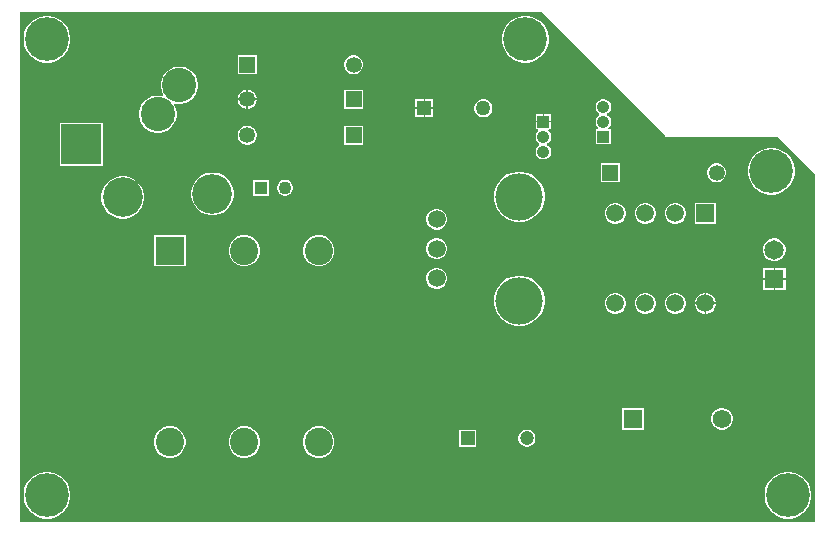
<source format=gtl>
G04*
G04 #@! TF.GenerationSoftware,Altium Limited,Altium Designer,23.2.1 (34)*
G04*
G04 Layer_Physical_Order=1*
G04 Layer_Color=255*
%FSLAX44Y44*%
%MOMM*%
G71*
G04*
G04 #@! TF.SameCoordinates,3219B47F-80F4-41BA-9109-FB6CE15A0C88*
G04*
G04*
G04 #@! TF.FilePolarity,Positive*
G04*
G01*
G75*
%ADD38R,1.0500X1.0500*%
%ADD39C,1.0500*%
%ADD40R,1.3500X1.3500*%
%ADD41C,1.3500*%
%ADD42C,2.9000*%
%ADD43C,3.3540*%
%ADD44R,3.3540X3.3540*%
%ADD45C,2.4000*%
%ADD46R,2.4000X2.4000*%
%ADD47C,3.7000*%
%ADD48C,4.0000*%
%ADD49C,1.5000*%
%ADD50C,1.5750*%
%ADD51R,1.5750X1.5750*%
%ADD52R,1.5000X1.5000*%
%ADD53C,1.6500*%
%ADD54R,1.6500X1.6500*%
%ADD55C,1.2000*%
%ADD56R,1.2000X1.2000*%
%ADD57C,1.1000*%
%ADD58R,1.1000X1.1000*%
%ADD59R,1.2750X1.2750*%
%ADD60C,1.2750*%
G36*
X553720Y332740D02*
X647700D01*
X679450Y300990D01*
Y6350D01*
X6350D01*
Y438150D01*
X448310D01*
X553720Y332740D01*
D02*
G37*
%LPC*%
G36*
X436287Y435060D02*
X432393D01*
X428573Y434300D01*
X424975Y432810D01*
X421737Y430646D01*
X418984Y427893D01*
X416820Y424655D01*
X415330Y421057D01*
X414570Y417237D01*
Y413343D01*
X415330Y409523D01*
X416820Y405925D01*
X418984Y402687D01*
X421737Y399934D01*
X424975Y397770D01*
X428573Y396280D01*
X432393Y395520D01*
X436287D01*
X440107Y396280D01*
X443705Y397770D01*
X446943Y399934D01*
X449696Y402687D01*
X451860Y405925D01*
X453350Y409523D01*
X454110Y413343D01*
Y417237D01*
X453350Y421057D01*
X451860Y424655D01*
X449696Y427893D01*
X446943Y430646D01*
X443705Y432810D01*
X440107Y434300D01*
X436287Y435060D01*
D02*
G37*
G36*
X31157D02*
X27263D01*
X23443Y434300D01*
X19845Y432810D01*
X16607Y430646D01*
X13854Y427893D01*
X11690Y424655D01*
X10200Y421057D01*
X9440Y417237D01*
Y413343D01*
X10200Y409523D01*
X11690Y405925D01*
X13854Y402687D01*
X16607Y399934D01*
X19845Y397770D01*
X23443Y396280D01*
X27263Y395520D01*
X31157D01*
X34977Y396280D01*
X38575Y397770D01*
X41813Y399934D01*
X44566Y402687D01*
X46730Y405925D01*
X48220Y409523D01*
X48980Y413343D01*
Y417237D01*
X48220Y421057D01*
X46730Y424655D01*
X44566Y427893D01*
X41813Y430646D01*
X38575Y432810D01*
X34977Y434300D01*
X31157Y435060D01*
D02*
G37*
G36*
X289896Y401720D02*
X287784D01*
X285744Y401174D01*
X283916Y400118D01*
X282422Y398624D01*
X281367Y396796D01*
X280820Y394756D01*
Y392644D01*
X281367Y390604D01*
X282422Y388776D01*
X283916Y387282D01*
X285744Y386227D01*
X287784Y385680D01*
X289896D01*
X291936Y386227D01*
X293764Y387282D01*
X295258Y388776D01*
X296313Y390604D01*
X296860Y392644D01*
Y394756D01*
X296313Y396796D01*
X295258Y398624D01*
X293764Y400118D01*
X291936Y401174D01*
X289896Y401720D01*
D02*
G37*
G36*
X206860D02*
X190820D01*
Y385680D01*
X206860D01*
Y401720D01*
D02*
G37*
G36*
X142973Y392160D02*
X139867D01*
X136820Y391554D01*
X133950Y390365D01*
X131367Y388639D01*
X129171Y386443D01*
X127445Y383860D01*
X126256Y380990D01*
X125650Y377943D01*
Y374837D01*
X126256Y371790D01*
X127445Y368920D01*
X127909Y368225D01*
X127146Y367082D01*
X124743Y367560D01*
X121637D01*
X118590Y366954D01*
X115720Y365765D01*
X113137Y364039D01*
X110941Y361843D01*
X109215Y359260D01*
X108026Y356390D01*
X107420Y353343D01*
Y350237D01*
X108026Y347190D01*
X109215Y344320D01*
X110941Y341737D01*
X113137Y339541D01*
X115720Y337815D01*
X118590Y336626D01*
X121637Y336020D01*
X124743D01*
X127790Y336626D01*
X130660Y337815D01*
X133243Y339541D01*
X135439Y341737D01*
X137165Y344320D01*
X138354Y347190D01*
X138960Y350237D01*
Y353343D01*
X138354Y356390D01*
X137165Y359260D01*
X136701Y359955D01*
X137465Y361098D01*
X139867Y360620D01*
X142973D01*
X146020Y361226D01*
X148890Y362415D01*
X151473Y364141D01*
X153669Y366337D01*
X155395Y368920D01*
X156584Y371790D01*
X157190Y374837D01*
Y377943D01*
X156584Y380990D01*
X155395Y383860D01*
X153669Y386443D01*
X151473Y388639D01*
X148890Y390365D01*
X146020Y391554D01*
X142973Y392160D01*
D02*
G37*
G36*
X199896Y372510D02*
X199475D01*
Y365125D01*
X206860D01*
Y365546D01*
X206313Y367586D01*
X205258Y369414D01*
X203764Y370908D01*
X201936Y371964D01*
X199896Y372510D01*
D02*
G37*
G36*
X198205D02*
X197784D01*
X195744Y371964D01*
X193916Y370908D01*
X192422Y369414D01*
X191367Y367586D01*
X190820Y365546D01*
Y365125D01*
X198205D01*
Y372510D01*
D02*
G37*
G36*
X356425Y364515D02*
X349415D01*
Y357505D01*
X356425D01*
Y364515D01*
D02*
G37*
G36*
X348145D02*
X341135D01*
Y357505D01*
X348145D01*
Y364515D01*
D02*
G37*
G36*
X296860Y372510D02*
X280820D01*
Y356470D01*
X296860D01*
Y372510D01*
D02*
G37*
G36*
X206860Y363855D02*
X199475D01*
Y356470D01*
X199896D01*
X201936Y357016D01*
X203764Y358072D01*
X205258Y359566D01*
X206313Y361394D01*
X206860Y363434D01*
Y363855D01*
D02*
G37*
G36*
X198205D02*
X190820D01*
Y363434D01*
X191367Y361394D01*
X192422Y359566D01*
X193916Y358072D01*
X195744Y357016D01*
X197784Y356470D01*
X198205D01*
Y363855D01*
D02*
G37*
G36*
X399786Y364515D02*
X397774D01*
X395829Y363994D01*
X394086Y362988D01*
X392663Y361564D01*
X391656Y359821D01*
X391135Y357877D01*
Y355863D01*
X391656Y353919D01*
X392663Y352176D01*
X394086Y350752D01*
X395829Y349746D01*
X397774Y349225D01*
X399786D01*
X401731Y349746D01*
X403474Y350752D01*
X404897Y352176D01*
X405904Y353919D01*
X406425Y355863D01*
Y357877D01*
X405904Y359821D01*
X404897Y361564D01*
X403474Y362988D01*
X401731Y363994D01*
X399786Y364515D01*
D02*
G37*
G36*
X356425Y356235D02*
X349415D01*
Y349225D01*
X356425D01*
Y356235D01*
D02*
G37*
G36*
X348145D02*
X341135D01*
Y349225D01*
X348145D01*
Y356235D01*
D02*
G37*
G36*
X456100Y351960D02*
X450215D01*
Y346075D01*
X456100D01*
Y351960D01*
D02*
G37*
G36*
X448945D02*
X443060D01*
Y346075D01*
X448945D01*
Y351960D01*
D02*
G37*
G36*
X501238Y364660D02*
X499522D01*
X497863Y364216D01*
X496377Y363357D01*
X495163Y362143D01*
X494304Y360657D01*
X493860Y358998D01*
Y357282D01*
X494304Y355623D01*
X495163Y354137D01*
X496377Y352923D01*
X497068Y352523D01*
Y351057D01*
X496377Y350657D01*
X495163Y349443D01*
X494304Y347957D01*
X493860Y346298D01*
Y344582D01*
X494304Y342923D01*
X495163Y341437D01*
X496069Y340530D01*
X495635Y339260D01*
X493860D01*
Y326220D01*
X506900D01*
Y339260D01*
X505125D01*
X504691Y340530D01*
X505597Y341437D01*
X506456Y342923D01*
X506900Y344582D01*
Y346298D01*
X506456Y347957D01*
X505597Y349443D01*
X504383Y350657D01*
X503691Y351057D01*
Y352523D01*
X504383Y352923D01*
X505597Y354137D01*
X506456Y355623D01*
X506900Y357282D01*
Y358998D01*
X506456Y360657D01*
X505597Y362143D01*
X504383Y363357D01*
X502897Y364216D01*
X501238Y364660D01*
D02*
G37*
G36*
X296860Y342030D02*
X280820D01*
Y325990D01*
X296860D01*
Y342030D01*
D02*
G37*
G36*
X199896D02*
X197784D01*
X195744Y341483D01*
X193916Y340428D01*
X192422Y338934D01*
X191367Y337106D01*
X190820Y335066D01*
Y332954D01*
X191367Y330914D01*
X192422Y329086D01*
X193916Y327592D01*
X195744Y326536D01*
X197784Y325990D01*
X199896D01*
X201936Y326536D01*
X203764Y327592D01*
X205258Y329086D01*
X206313Y330914D01*
X206860Y332954D01*
Y335066D01*
X206313Y337106D01*
X205258Y338934D01*
X203764Y340428D01*
X201936Y341483D01*
X199896Y342030D01*
D02*
G37*
G36*
X456100Y344805D02*
X449580D01*
X443060D01*
Y338920D01*
X444835D01*
X445269Y337650D01*
X444363Y336743D01*
X443504Y335257D01*
X443060Y333598D01*
Y331882D01*
X443504Y330223D01*
X444363Y328737D01*
X445577Y327523D01*
X446269Y327123D01*
Y325657D01*
X445577Y325257D01*
X444363Y324043D01*
X443504Y322557D01*
X443060Y320898D01*
Y319182D01*
X443504Y317523D01*
X444363Y316037D01*
X445577Y314823D01*
X447063Y313964D01*
X448722Y313520D01*
X450438D01*
X452097Y313964D01*
X453583Y314823D01*
X454797Y316037D01*
X455656Y317523D01*
X456100Y319182D01*
Y320898D01*
X455656Y322557D01*
X454797Y324043D01*
X453583Y325257D01*
X452892Y325657D01*
Y327123D01*
X453583Y327523D01*
X454797Y328737D01*
X455656Y330223D01*
X456100Y331882D01*
Y333598D01*
X455656Y335257D01*
X454797Y336743D01*
X453891Y337650D01*
X454325Y338920D01*
X456100D01*
Y344805D01*
D02*
G37*
G36*
X76460Y344430D02*
X40380D01*
Y308350D01*
X76460D01*
Y344430D01*
D02*
G37*
G36*
X597236Y310280D02*
X595124D01*
X593084Y309734D01*
X591256Y308678D01*
X589762Y307184D01*
X588707Y305356D01*
X588160Y303316D01*
Y301204D01*
X588707Y299164D01*
X589762Y297336D01*
X591256Y295842D01*
X593084Y294786D01*
X595124Y294240D01*
X597236D01*
X599276Y294786D01*
X601104Y295842D01*
X602598Y297336D01*
X603653Y299164D01*
X604200Y301204D01*
Y303316D01*
X603653Y305356D01*
X602598Y307184D01*
X601104Y308678D01*
X599276Y309734D01*
X597236Y310280D01*
D02*
G37*
G36*
X514200D02*
X498160D01*
Y294240D01*
X514200D01*
Y310280D01*
D02*
G37*
G36*
X644567Y323300D02*
X640673D01*
X636853Y322540D01*
X633255Y321050D01*
X630017Y318886D01*
X627264Y316133D01*
X625100Y312895D01*
X623610Y309297D01*
X622850Y305477D01*
Y301583D01*
X623610Y297763D01*
X625100Y294165D01*
X627264Y290927D01*
X630017Y288174D01*
X633255Y286010D01*
X636853Y284520D01*
X640673Y283760D01*
X644567D01*
X648387Y284520D01*
X651985Y286010D01*
X655223Y288174D01*
X657976Y290927D01*
X660140Y294165D01*
X661630Y297763D01*
X662390Y301583D01*
Y305477D01*
X661630Y309297D01*
X660140Y312895D01*
X657976Y316133D01*
X655223Y318886D01*
X651985Y321050D01*
X648387Y322540D01*
X644567Y323300D01*
D02*
G37*
G36*
X231711Y296330D02*
X229929D01*
X228207Y295869D01*
X226663Y294977D01*
X225403Y293717D01*
X224511Y292173D01*
X224050Y290451D01*
Y288669D01*
X224511Y286947D01*
X225403Y285403D01*
X226663Y284143D01*
X228207Y283251D01*
X229929Y282790D01*
X231711D01*
X233433Y283251D01*
X234977Y284143D01*
X236237Y285403D01*
X237129Y286947D01*
X237590Y288669D01*
Y290451D01*
X237129Y292173D01*
X236237Y293717D01*
X234977Y294977D01*
X233433Y295869D01*
X231711Y296330D01*
D02*
G37*
G36*
X217590D02*
X204050D01*
Y282790D01*
X217590D01*
Y296330D01*
D02*
G37*
G36*
X171197Y302430D02*
X167643D01*
X164158Y301737D01*
X160875Y300377D01*
X157920Y298403D01*
X155407Y295890D01*
X153433Y292935D01*
X152073Y289652D01*
X151380Y286167D01*
Y282613D01*
X152073Y279128D01*
X153433Y275845D01*
X155407Y272890D01*
X157920Y270377D01*
X160875Y268403D01*
X164158Y267043D01*
X167643Y266350D01*
X171197D01*
X174682Y267043D01*
X177965Y268403D01*
X180920Y270377D01*
X183433Y272890D01*
X185407Y275845D01*
X186767Y279128D01*
X187460Y282613D01*
Y286167D01*
X186767Y289652D01*
X185407Y292935D01*
X183433Y295890D01*
X180920Y298403D01*
X177965Y300377D01*
X174682Y301737D01*
X171197Y302430D01*
D02*
G37*
G36*
X95197Y299430D02*
X91643D01*
X88158Y298737D01*
X84875Y297377D01*
X81920Y295403D01*
X79407Y292890D01*
X77433Y289935D01*
X76073Y286652D01*
X75380Y283167D01*
Y279613D01*
X76073Y276128D01*
X77433Y272845D01*
X79407Y269890D01*
X81920Y267377D01*
X84875Y265403D01*
X88158Y264043D01*
X91643Y263350D01*
X95197D01*
X98682Y264043D01*
X101965Y265403D01*
X104920Y267377D01*
X107433Y269890D01*
X109407Y272845D01*
X110767Y276128D01*
X111460Y279613D01*
Y283167D01*
X110767Y286652D01*
X109407Y289935D01*
X107433Y292890D01*
X104920Y295403D01*
X101965Y297377D01*
X98682Y298737D01*
X95197Y299430D01*
D02*
G37*
G36*
X431355Y303210D02*
X427165D01*
X423056Y302393D01*
X419185Y300789D01*
X415701Y298461D01*
X412738Y295499D01*
X410411Y292015D01*
X408807Y288144D01*
X407990Y284035D01*
Y279845D01*
X408807Y275736D01*
X410411Y271865D01*
X412738Y268381D01*
X415701Y265418D01*
X419185Y263091D01*
X423056Y261487D01*
X427165Y260670D01*
X431355D01*
X435464Y261487D01*
X439335Y263091D01*
X442819Y265418D01*
X445782Y268381D01*
X448109Y271865D01*
X449713Y275736D01*
X450530Y279845D01*
Y284035D01*
X449713Y288144D01*
X448109Y292015D01*
X445782Y295499D01*
X442819Y298461D01*
X439335Y300789D01*
X435464Y302393D01*
X431355Y303210D01*
D02*
G37*
G36*
X595510Y276740D02*
X577970D01*
Y259200D01*
X595510D01*
Y276740D01*
D02*
G37*
G36*
X562495D02*
X560185D01*
X557955Y276142D01*
X555955Y274988D01*
X554322Y273355D01*
X553168Y271355D01*
X552570Y269125D01*
Y266815D01*
X553168Y264585D01*
X554322Y262585D01*
X555955Y260952D01*
X557955Y259798D01*
X560185Y259200D01*
X562495D01*
X564725Y259798D01*
X566725Y260952D01*
X568358Y262585D01*
X569512Y264585D01*
X570110Y266815D01*
Y269125D01*
X569512Y271355D01*
X568358Y273355D01*
X566725Y274988D01*
X564725Y276142D01*
X562495Y276740D01*
D02*
G37*
G36*
X537095D02*
X534785D01*
X532555Y276142D01*
X530555Y274988D01*
X528922Y273355D01*
X527768Y271355D01*
X527170Y269125D01*
Y266815D01*
X527768Y264585D01*
X528922Y262585D01*
X530555Y260952D01*
X532555Y259798D01*
X534785Y259200D01*
X537095D01*
X539325Y259798D01*
X541325Y260952D01*
X542958Y262585D01*
X544112Y264585D01*
X544710Y266815D01*
Y269125D01*
X544112Y271355D01*
X542958Y273355D01*
X541325Y274988D01*
X539325Y276142D01*
X537095Y276740D01*
D02*
G37*
G36*
X511695D02*
X509385D01*
X507155Y276142D01*
X505155Y274988D01*
X503522Y273355D01*
X502368Y271355D01*
X501770Y269125D01*
Y266815D01*
X502368Y264585D01*
X503522Y262585D01*
X505155Y260952D01*
X507155Y259798D01*
X509385Y259200D01*
X511695D01*
X513925Y259798D01*
X515925Y260952D01*
X517558Y262585D01*
X518712Y264585D01*
X519310Y266815D01*
Y269125D01*
X518712Y271355D01*
X517558Y273355D01*
X515925Y274988D01*
X513925Y276142D01*
X511695Y276740D01*
D02*
G37*
G36*
X360415Y271710D02*
X358105D01*
X355875Y271112D01*
X353875Y269958D01*
X352242Y268325D01*
X351088Y266325D01*
X350490Y264095D01*
Y261785D01*
X351088Y259555D01*
X352242Y257555D01*
X353875Y255922D01*
X355875Y254768D01*
X358105Y254170D01*
X360415D01*
X362645Y254768D01*
X364645Y255922D01*
X366278Y257555D01*
X367432Y259555D01*
X368030Y261785D01*
Y264095D01*
X367432Y266325D01*
X366278Y268325D01*
X364645Y269958D01*
X362645Y271112D01*
X360415Y271710D01*
D02*
G37*
G36*
Y246710D02*
X358105D01*
X355875Y246112D01*
X353875Y244958D01*
X352242Y243325D01*
X351088Y241325D01*
X350490Y239095D01*
Y236785D01*
X351088Y234555D01*
X352242Y232555D01*
X353875Y230922D01*
X355875Y229768D01*
X358105Y229170D01*
X360415D01*
X362645Y229768D01*
X364645Y230922D01*
X366278Y232555D01*
X367432Y234555D01*
X368030Y236785D01*
Y239095D01*
X367432Y241325D01*
X366278Y243325D01*
X364645Y244958D01*
X362645Y246112D01*
X360415Y246710D01*
D02*
G37*
G36*
X646413Y246610D02*
X643907D01*
X641485Y245961D01*
X639315Y244708D01*
X637542Y242935D01*
X636289Y240765D01*
X635640Y238343D01*
Y235837D01*
X636289Y233415D01*
X637542Y231245D01*
X639315Y229472D01*
X641485Y228219D01*
X643907Y227570D01*
X646413D01*
X648835Y228219D01*
X651005Y229472D01*
X652778Y231245D01*
X654031Y233415D01*
X654680Y235837D01*
Y238343D01*
X654031Y240765D01*
X652778Y242935D01*
X651005Y244708D01*
X648835Y245961D01*
X646413Y246610D01*
D02*
G37*
G36*
X261097Y249490D02*
X257603D01*
X254228Y248586D01*
X251202Y246839D01*
X248731Y244368D01*
X246984Y241342D01*
X246080Y237967D01*
Y234473D01*
X246984Y231098D01*
X248731Y228072D01*
X251202Y225601D01*
X254228Y223854D01*
X257603Y222950D01*
X261097D01*
X264472Y223854D01*
X267498Y225601D01*
X269969Y228072D01*
X271716Y231098D01*
X272620Y234473D01*
Y237967D01*
X271716Y241342D01*
X269969Y244368D01*
X267498Y246839D01*
X264472Y248586D01*
X261097Y249490D01*
D02*
G37*
G36*
X198097D02*
X194603D01*
X191228Y248586D01*
X188202Y246839D01*
X185731Y244368D01*
X183984Y241342D01*
X183080Y237967D01*
Y234473D01*
X183984Y231098D01*
X185731Y228072D01*
X188202Y225601D01*
X191228Y223854D01*
X194603Y222950D01*
X198097D01*
X201472Y223854D01*
X204498Y225601D01*
X206969Y228072D01*
X208716Y231098D01*
X209620Y234473D01*
Y237967D01*
X208716Y241342D01*
X206969Y244368D01*
X204498Y246839D01*
X201472Y248586D01*
X198097Y249490D01*
D02*
G37*
G36*
X146620D02*
X120080D01*
Y222950D01*
X146620D01*
Y249490D01*
D02*
G37*
G36*
X654680Y221610D02*
X645795D01*
Y212725D01*
X654680D01*
Y221610D01*
D02*
G37*
G36*
X644525D02*
X635640D01*
Y212725D01*
X644525D01*
Y221610D01*
D02*
G37*
G36*
X360415Y221710D02*
X358105D01*
X355875Y221112D01*
X353875Y219958D01*
X352242Y218325D01*
X351088Y216325D01*
X350490Y214095D01*
Y211785D01*
X351088Y209555D01*
X352242Y207555D01*
X353875Y205922D01*
X355875Y204768D01*
X358105Y204170D01*
X360415D01*
X362645Y204768D01*
X364645Y205922D01*
X366278Y207555D01*
X367432Y209555D01*
X368030Y211785D01*
Y214095D01*
X367432Y216325D01*
X366278Y218325D01*
X364645Y219958D01*
X362645Y221112D01*
X360415Y221710D01*
D02*
G37*
G36*
X654680Y211455D02*
X645795D01*
Y202570D01*
X654680D01*
Y211455D01*
D02*
G37*
G36*
X644525D02*
X635640D01*
Y202570D01*
X644525D01*
Y211455D01*
D02*
G37*
G36*
X587895Y200540D02*
X587375D01*
Y192405D01*
X595510D01*
Y192925D01*
X594912Y195155D01*
X593758Y197155D01*
X592125Y198788D01*
X590125Y199942D01*
X587895Y200540D01*
D02*
G37*
G36*
X586105D02*
X585585D01*
X583355Y199942D01*
X581355Y198788D01*
X579722Y197155D01*
X578568Y195155D01*
X577970Y192925D01*
Y192405D01*
X586105D01*
Y200540D01*
D02*
G37*
G36*
X595510Y191135D02*
X587375D01*
Y183000D01*
X587895D01*
X590125Y183598D01*
X592125Y184752D01*
X593758Y186385D01*
X594912Y188385D01*
X595510Y190615D01*
Y191135D01*
D02*
G37*
G36*
X586105D02*
X577970D01*
Y190615D01*
X578568Y188385D01*
X579722Y186385D01*
X581355Y184752D01*
X583355Y183598D01*
X585585Y183000D01*
X586105D01*
Y191135D01*
D02*
G37*
G36*
X562495Y200540D02*
X560185D01*
X557955Y199942D01*
X555955Y198788D01*
X554322Y197155D01*
X553168Y195155D01*
X552570Y192925D01*
Y190615D01*
X553168Y188385D01*
X554322Y186385D01*
X555955Y184752D01*
X557955Y183598D01*
X560185Y183000D01*
X562495D01*
X564725Y183598D01*
X566725Y184752D01*
X568358Y186385D01*
X569512Y188385D01*
X570110Y190615D01*
Y192925D01*
X569512Y195155D01*
X568358Y197155D01*
X566725Y198788D01*
X564725Y199942D01*
X562495Y200540D01*
D02*
G37*
G36*
X537095D02*
X534785D01*
X532555Y199942D01*
X530555Y198788D01*
X528922Y197155D01*
X527768Y195155D01*
X527170Y192925D01*
Y190615D01*
X527768Y188385D01*
X528922Y186385D01*
X530555Y184752D01*
X532555Y183598D01*
X534785Y183000D01*
X537095D01*
X539325Y183598D01*
X541325Y184752D01*
X542958Y186385D01*
X544112Y188385D01*
X544710Y190615D01*
Y192925D01*
X544112Y195155D01*
X542958Y197155D01*
X541325Y198788D01*
X539325Y199942D01*
X537095Y200540D01*
D02*
G37*
G36*
X511695D02*
X509385D01*
X507155Y199942D01*
X505155Y198788D01*
X503522Y197155D01*
X502368Y195155D01*
X501770Y192925D01*
Y190615D01*
X502368Y188385D01*
X503522Y186385D01*
X505155Y184752D01*
X507155Y183598D01*
X509385Y183000D01*
X511695D01*
X513925Y183598D01*
X515925Y184752D01*
X517558Y186385D01*
X518712Y188385D01*
X519310Y190615D01*
Y192925D01*
X518712Y195155D01*
X517558Y197155D01*
X515925Y198788D01*
X513925Y199942D01*
X511695Y200540D01*
D02*
G37*
G36*
X431355Y215210D02*
X427165D01*
X423056Y214393D01*
X419185Y212789D01*
X415701Y210462D01*
X412738Y207499D01*
X410411Y204015D01*
X408807Y200144D01*
X407990Y196035D01*
Y191845D01*
X408807Y187736D01*
X410411Y183865D01*
X412738Y180381D01*
X415701Y177418D01*
X419185Y175091D01*
X423056Y173487D01*
X427165Y172670D01*
X431355D01*
X435464Y173487D01*
X439335Y175091D01*
X442819Y177418D01*
X445782Y180381D01*
X448109Y183865D01*
X449713Y187736D01*
X450530Y191845D01*
Y196035D01*
X449713Y200144D01*
X448109Y204015D01*
X445782Y207499D01*
X442819Y210462D01*
X439335Y212789D01*
X435464Y214393D01*
X431355Y215210D01*
D02*
G37*
G36*
X601914Y103125D02*
X599506D01*
X597180Y102502D01*
X595095Y101298D01*
X593392Y99595D01*
X592188Y97510D01*
X591565Y95184D01*
Y92776D01*
X592188Y90450D01*
X593392Y88365D01*
X595095Y86662D01*
X597180Y85458D01*
X599506Y84835D01*
X601914D01*
X604240Y85458D01*
X606325Y86662D01*
X608028Y88365D01*
X609232Y90450D01*
X609855Y92776D01*
Y95184D01*
X609232Y97510D01*
X608028Y99595D01*
X606325Y101298D01*
X604240Y102502D01*
X601914Y103125D01*
D02*
G37*
G36*
X534855D02*
X516565D01*
Y84835D01*
X534855D01*
Y103125D01*
D02*
G37*
G36*
X436567Y84740D02*
X434653D01*
X432804Y84245D01*
X431146Y83287D01*
X429793Y81934D01*
X428835Y80276D01*
X428340Y78427D01*
Y76513D01*
X428835Y74664D01*
X429793Y73006D01*
X431146Y71653D01*
X432804Y70695D01*
X434653Y70200D01*
X436567D01*
X438416Y70695D01*
X440074Y71653D01*
X441427Y73006D01*
X442385Y74664D01*
X442880Y76513D01*
Y78427D01*
X442385Y80276D01*
X441427Y81934D01*
X440074Y83287D01*
X438416Y84245D01*
X436567Y84740D01*
D02*
G37*
G36*
X392880D02*
X378340D01*
Y70200D01*
X392880D01*
Y84740D01*
D02*
G37*
G36*
X261097Y87490D02*
X257603D01*
X254228Y86586D01*
X251202Y84839D01*
X248731Y82368D01*
X246984Y79342D01*
X246080Y75967D01*
Y72473D01*
X246984Y69098D01*
X248731Y66072D01*
X251202Y63601D01*
X254228Y61854D01*
X257603Y60950D01*
X261097D01*
X264472Y61854D01*
X267498Y63601D01*
X269969Y66072D01*
X271716Y69098D01*
X272620Y72473D01*
Y75967D01*
X271716Y79342D01*
X269969Y82368D01*
X267498Y84839D01*
X264472Y86586D01*
X261097Y87490D01*
D02*
G37*
G36*
X198097D02*
X194603D01*
X191228Y86586D01*
X188202Y84839D01*
X185731Y82368D01*
X183984Y79342D01*
X183080Y75967D01*
Y72473D01*
X183984Y69098D01*
X185731Y66072D01*
X188202Y63601D01*
X191228Y61854D01*
X194603Y60950D01*
X198097D01*
X201472Y61854D01*
X204498Y63601D01*
X206969Y66072D01*
X208716Y69098D01*
X209620Y72473D01*
Y75967D01*
X208716Y79342D01*
X206969Y82368D01*
X204498Y84839D01*
X201472Y86586D01*
X198097Y87490D01*
D02*
G37*
G36*
X135097D02*
X131603D01*
X128228Y86586D01*
X125202Y84839D01*
X122731Y82368D01*
X120984Y79342D01*
X120080Y75967D01*
Y72473D01*
X120984Y69098D01*
X122731Y66072D01*
X125202Y63601D01*
X128228Y61854D01*
X131603Y60950D01*
X135097D01*
X138472Y61854D01*
X141498Y63601D01*
X143969Y66072D01*
X145716Y69098D01*
X146620Y72473D01*
Y75967D01*
X145716Y79342D01*
X143969Y82368D01*
X141498Y84839D01*
X138472Y86586D01*
X135097Y87490D01*
D02*
G37*
G36*
X658537Y48980D02*
X654643D01*
X650823Y48220D01*
X647225Y46730D01*
X643987Y44566D01*
X641234Y41813D01*
X639070Y38575D01*
X637580Y34977D01*
X636820Y31157D01*
Y27263D01*
X637580Y23443D01*
X639070Y19845D01*
X641234Y16607D01*
X643987Y13854D01*
X647225Y11690D01*
X650823Y10200D01*
X654643Y9440D01*
X658537D01*
X662357Y10200D01*
X665955Y11690D01*
X669193Y13854D01*
X671946Y16607D01*
X674110Y19845D01*
X675600Y23443D01*
X676360Y27263D01*
Y31157D01*
X675600Y34977D01*
X674110Y38575D01*
X671946Y41813D01*
X669193Y44566D01*
X665955Y46730D01*
X662357Y48220D01*
X658537Y48980D01*
D02*
G37*
G36*
X31157D02*
X27263D01*
X23443Y48220D01*
X19845Y46730D01*
X16607Y44566D01*
X13854Y41813D01*
X11690Y38575D01*
X10200Y34977D01*
X9440Y31157D01*
Y27263D01*
X10200Y23443D01*
X11690Y19845D01*
X13854Y16607D01*
X16607Y13854D01*
X19845Y11690D01*
X23443Y10200D01*
X27263Y9440D01*
X31157D01*
X34977Y10200D01*
X38575Y11690D01*
X41813Y13854D01*
X44566Y16607D01*
X46730Y19845D01*
X48220Y23443D01*
X48980Y27263D01*
Y31157D01*
X48220Y34977D01*
X46730Y38575D01*
X44566Y41813D01*
X41813Y44566D01*
X38575Y46730D01*
X34977Y48220D01*
X31157Y48980D01*
D02*
G37*
%LPD*%
D38*
X500380Y332740D02*
D03*
X449580Y345440D02*
D03*
D39*
X500380D02*
D03*
Y358140D02*
D03*
X449580Y332740D02*
D03*
Y320040D02*
D03*
D40*
X506180Y302260D02*
D03*
X288840Y334010D02*
D03*
Y364490D02*
D03*
X198840Y393700D02*
D03*
D41*
X596180Y302260D02*
D03*
X198840Y334010D02*
D03*
X288840Y393700D02*
D03*
X198840Y364490D02*
D03*
D42*
X123190Y351790D02*
D03*
X141420Y376390D02*
D03*
D43*
X169420Y284390D02*
D03*
X93420Y281390D02*
D03*
D44*
X58420Y326390D02*
D03*
D45*
X259350Y74220D02*
D03*
X196350D02*
D03*
X133350D02*
D03*
X259350Y236220D02*
D03*
X196350D02*
D03*
D46*
X133350D02*
D03*
D47*
X434340Y415290D02*
D03*
X29210D02*
D03*
X642620Y303530D02*
D03*
X656590Y29210D02*
D03*
X29210D02*
D03*
D48*
X429260Y281940D02*
D03*
Y193940D02*
D03*
D49*
X359260Y262940D02*
D03*
Y237940D02*
D03*
Y212940D02*
D03*
X510540Y191770D02*
D03*
X535940D02*
D03*
X561340D02*
D03*
X586740D02*
D03*
X510540Y267970D02*
D03*
X535940D02*
D03*
X561340D02*
D03*
D50*
X600710Y93980D02*
D03*
D51*
X525710D02*
D03*
D52*
X586740Y267970D02*
D03*
D53*
X645160Y237090D02*
D03*
D54*
Y212090D02*
D03*
D55*
X435610Y77470D02*
D03*
D56*
X385610D02*
D03*
D57*
X230820Y289560D02*
D03*
D58*
X210820D02*
D03*
D59*
X348780Y356870D02*
D03*
D60*
X398780D02*
D03*
M02*

</source>
